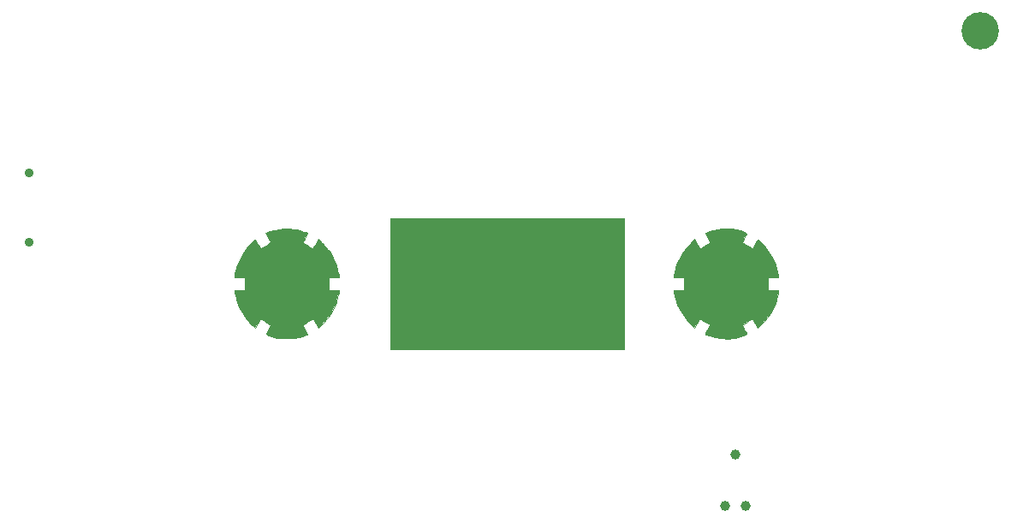
<source format=gbs>
%TF.GenerationSoftware,KiCad,Pcbnew,(5.1.9)-1*%
%TF.CreationDate,2021-11-29T08:04:12-06:00*%
%TF.ProjectId,chrimbus2021,63687269-6d62-4757-9332-3032312e6b69,rev?*%
%TF.SameCoordinates,Original*%
%TF.FileFunction,Soldermask,Bot*%
%TF.FilePolarity,Negative*%
%FSLAX46Y46*%
G04 Gerber Fmt 4.6, Leading zero omitted, Abs format (unit mm)*
G04 Created by KiCad (PCBNEW (5.1.9)-1) date 2021-11-29 08:04:12*
%MOMM*%
%LPD*%
G01*
G04 APERTURE LIST*
%ADD10C,0.100000*%
%ADD11C,0.010000*%
%ADD12C,0.900000*%
%ADD13C,0.990600*%
%ADD14C,3.700000*%
G04 APERTURE END LIST*
D10*
%TO.C,G\u002A\u002A\u002A*%
G36*
X92640000Y-105448000D02*
G01*
X115760000Y-105448000D01*
X115720000Y-105408000D01*
X115760000Y-105408000D01*
X115760000Y-92528000D01*
X92640000Y-92528000D01*
X92640000Y-105448000D01*
G37*
X92640000Y-105448000D02*
X115760000Y-105448000D01*
X115720000Y-105408000D01*
X115760000Y-105408000D01*
X115760000Y-92528000D01*
X92640000Y-92528000D01*
X92640000Y-105448000D01*
D11*
G36*
X82163510Y-93518633D02*
G01*
X81659078Y-93567863D01*
X81173130Y-93656773D01*
X80737104Y-93781637D01*
X80546592Y-93856850D01*
X80320322Y-93956940D01*
X80544008Y-94354815D01*
X80645848Y-94539249D01*
X80727593Y-94693443D01*
X80776688Y-94793449D01*
X80784609Y-94813736D01*
X80749983Y-94855896D01*
X80649382Y-94936648D01*
X80503007Y-95042578D01*
X80331062Y-95160268D01*
X80153747Y-95276302D01*
X79991265Y-95377265D01*
X79863818Y-95449739D01*
X79791607Y-95480309D01*
X79783219Y-95478763D01*
X79756270Y-95431178D01*
X79691841Y-95313759D01*
X79600752Y-95146292D01*
X79531964Y-95019216D01*
X79290904Y-94573119D01*
X79101215Y-94723355D01*
X78745072Y-95052279D01*
X78397929Y-95460892D01*
X78074463Y-95927237D01*
X77789347Y-96429358D01*
X77557258Y-96945298D01*
X77486341Y-97139469D01*
X77437005Y-97301648D01*
X77380751Y-97512919D01*
X77323970Y-97745656D01*
X77273053Y-97972229D01*
X77234390Y-98165011D01*
X77214371Y-98296373D01*
X77212946Y-98321438D01*
X77260254Y-98329762D01*
X77387813Y-98336365D01*
X77574074Y-98340408D01*
X77721964Y-98341266D01*
X78230982Y-98341266D01*
X78230982Y-99562910D01*
X77721964Y-99562910D01*
X77508284Y-99564752D01*
X77338776Y-99569721D01*
X77234988Y-99576977D01*
X77212946Y-99582737D01*
X77225513Y-99688642D01*
X77258963Y-99865137D01*
X77306917Y-100084725D01*
X77362996Y-100319910D01*
X77420822Y-100543197D01*
X77474016Y-100727088D01*
X77489257Y-100773826D01*
X77691099Y-101270280D01*
X77955009Y-101770902D01*
X78264462Y-102250577D01*
X78602930Y-102684190D01*
X78953888Y-103046626D01*
X79027095Y-103110889D01*
X79288739Y-103333239D01*
X79529391Y-102886050D01*
X79632147Y-102695996D01*
X79715824Y-102542908D01*
X79769500Y-102446668D01*
X79783157Y-102423986D01*
X79828888Y-102443108D01*
X79943702Y-102506173D01*
X80110260Y-102603310D01*
X80310896Y-102724446D01*
X80825521Y-103039782D01*
X80614779Y-103426496D01*
X80513054Y-103610182D01*
X80425275Y-103763318D01*
X80365988Y-103860710D01*
X80354700Y-103876914D01*
X80364321Y-103935627D01*
X80466131Y-104008119D01*
X80652031Y-104090663D01*
X80913925Y-104179532D01*
X81168956Y-104251690D01*
X81494143Y-104315651D01*
X81883949Y-104358726D01*
X82303112Y-104379723D01*
X82716370Y-104377450D01*
X83088461Y-104350714D01*
X83274909Y-104322887D01*
X83448008Y-104284039D01*
X83659799Y-104227863D01*
X83885628Y-104162004D01*
X84100845Y-104094108D01*
X84280798Y-104031821D01*
X84400833Y-103982789D01*
X84432995Y-103963703D01*
X84417740Y-103915429D01*
X84362563Y-103798206D01*
X84277179Y-103631964D01*
X84213064Y-103512526D01*
X84114582Y-103321709D01*
X84042683Y-103162509D01*
X84006651Y-103056675D01*
X84006162Y-103027750D01*
X84060876Y-102981736D01*
X84180541Y-102899881D01*
X84341599Y-102796642D01*
X84520491Y-102686475D01*
X84693657Y-102583835D01*
X84837537Y-102503180D01*
X84928574Y-102458966D01*
X84938269Y-102455794D01*
X84989603Y-102490706D01*
X85074614Y-102600962D01*
X85181899Y-102770628D01*
X85252536Y-102894896D01*
X85502408Y-103350932D01*
X85957649Y-102894896D01*
X86406388Y-102395116D01*
X86774338Y-101869993D01*
X87063049Y-101331498D01*
X87189873Y-101028956D01*
X87312083Y-100679177D01*
X87418045Y-100320251D01*
X87496126Y-99990266D01*
X87525278Y-99818075D01*
X87559127Y-99562910D01*
X86527976Y-99562910D01*
X86527976Y-98341266D01*
X87559127Y-98341266D01*
X87525278Y-98086101D01*
X87435045Y-97636858D01*
X87284048Y-97147724D01*
X87085050Y-96649225D01*
X86850812Y-96171884D01*
X86594095Y-95746225D01*
X86480835Y-95587820D01*
X86321198Y-95392945D01*
X86121249Y-95170928D01*
X85917313Y-94961644D01*
X85861533Y-94908008D01*
X85496662Y-94563807D01*
X85249663Y-95014561D01*
X85135214Y-95210809D01*
X85036004Y-95357342D01*
X84963581Y-95438076D01*
X84938269Y-95448382D01*
X84860464Y-95413080D01*
X84725159Y-95338481D01*
X84555912Y-95239040D01*
X84376285Y-95129214D01*
X84209834Y-95023459D01*
X84080121Y-94936232D01*
X84010703Y-94881989D01*
X84006162Y-94876426D01*
X84015907Y-94813178D01*
X84067096Y-94683728D01*
X84150377Y-94510096D01*
X84208345Y-94400306D01*
X84308599Y-94213643D01*
X84387167Y-94062132D01*
X84433317Y-93966753D01*
X84441002Y-93945541D01*
X84394915Y-93913886D01*
X84270460Y-93864869D01*
X84088340Y-93804545D01*
X83869261Y-93738966D01*
X83633928Y-93674185D01*
X83403046Y-93616255D01*
X83197320Y-93571229D01*
X83102072Y-93554107D01*
X82654988Y-93512806D01*
X82163510Y-93518633D01*
G37*
X82163510Y-93518633D02*
X81659078Y-93567863D01*
X81173130Y-93656773D01*
X80737104Y-93781637D01*
X80546592Y-93856850D01*
X80320322Y-93956940D01*
X80544008Y-94354815D01*
X80645848Y-94539249D01*
X80727593Y-94693443D01*
X80776688Y-94793449D01*
X80784609Y-94813736D01*
X80749983Y-94855896D01*
X80649382Y-94936648D01*
X80503007Y-95042578D01*
X80331062Y-95160268D01*
X80153747Y-95276302D01*
X79991265Y-95377265D01*
X79863818Y-95449739D01*
X79791607Y-95480309D01*
X79783219Y-95478763D01*
X79756270Y-95431178D01*
X79691841Y-95313759D01*
X79600752Y-95146292D01*
X79531964Y-95019216D01*
X79290904Y-94573119D01*
X79101215Y-94723355D01*
X78745072Y-95052279D01*
X78397929Y-95460892D01*
X78074463Y-95927237D01*
X77789347Y-96429358D01*
X77557258Y-96945298D01*
X77486341Y-97139469D01*
X77437005Y-97301648D01*
X77380751Y-97512919D01*
X77323970Y-97745656D01*
X77273053Y-97972229D01*
X77234390Y-98165011D01*
X77214371Y-98296373D01*
X77212946Y-98321438D01*
X77260254Y-98329762D01*
X77387813Y-98336365D01*
X77574074Y-98340408D01*
X77721964Y-98341266D01*
X78230982Y-98341266D01*
X78230982Y-99562910D01*
X77721964Y-99562910D01*
X77508284Y-99564752D01*
X77338776Y-99569721D01*
X77234988Y-99576977D01*
X77212946Y-99582737D01*
X77225513Y-99688642D01*
X77258963Y-99865137D01*
X77306917Y-100084725D01*
X77362996Y-100319910D01*
X77420822Y-100543197D01*
X77474016Y-100727088D01*
X77489257Y-100773826D01*
X77691099Y-101270280D01*
X77955009Y-101770902D01*
X78264462Y-102250577D01*
X78602930Y-102684190D01*
X78953888Y-103046626D01*
X79027095Y-103110889D01*
X79288739Y-103333239D01*
X79529391Y-102886050D01*
X79632147Y-102695996D01*
X79715824Y-102542908D01*
X79769500Y-102446668D01*
X79783157Y-102423986D01*
X79828888Y-102443108D01*
X79943702Y-102506173D01*
X80110260Y-102603310D01*
X80310896Y-102724446D01*
X80825521Y-103039782D01*
X80614779Y-103426496D01*
X80513054Y-103610182D01*
X80425275Y-103763318D01*
X80365988Y-103860710D01*
X80354700Y-103876914D01*
X80364321Y-103935627D01*
X80466131Y-104008119D01*
X80652031Y-104090663D01*
X80913925Y-104179532D01*
X81168956Y-104251690D01*
X81494143Y-104315651D01*
X81883949Y-104358726D01*
X82303112Y-104379723D01*
X82716370Y-104377450D01*
X83088461Y-104350714D01*
X83274909Y-104322887D01*
X83448008Y-104284039D01*
X83659799Y-104227863D01*
X83885628Y-104162004D01*
X84100845Y-104094108D01*
X84280798Y-104031821D01*
X84400833Y-103982789D01*
X84432995Y-103963703D01*
X84417740Y-103915429D01*
X84362563Y-103798206D01*
X84277179Y-103631964D01*
X84213064Y-103512526D01*
X84114582Y-103321709D01*
X84042683Y-103162509D01*
X84006651Y-103056675D01*
X84006162Y-103027750D01*
X84060876Y-102981736D01*
X84180541Y-102899881D01*
X84341599Y-102796642D01*
X84520491Y-102686475D01*
X84693657Y-102583835D01*
X84837537Y-102503180D01*
X84928574Y-102458966D01*
X84938269Y-102455794D01*
X84989603Y-102490706D01*
X85074614Y-102600962D01*
X85181899Y-102770628D01*
X85252536Y-102894896D01*
X85502408Y-103350932D01*
X85957649Y-102894896D01*
X86406388Y-102395116D01*
X86774338Y-101869993D01*
X87063049Y-101331498D01*
X87189873Y-101028956D01*
X87312083Y-100679177D01*
X87418045Y-100320251D01*
X87496126Y-99990266D01*
X87525278Y-99818075D01*
X87559127Y-99562910D01*
X86527976Y-99562910D01*
X86527976Y-98341266D01*
X87559127Y-98341266D01*
X87525278Y-98086101D01*
X87435045Y-97636858D01*
X87284048Y-97147724D01*
X87085050Y-96649225D01*
X86850812Y-96171884D01*
X86594095Y-95746225D01*
X86480835Y-95587820D01*
X86321198Y-95392945D01*
X86121249Y-95170928D01*
X85917313Y-94961644D01*
X85861533Y-94908008D01*
X85496662Y-94563807D01*
X85249663Y-95014561D01*
X85135214Y-95210809D01*
X85036004Y-95357342D01*
X84963581Y-95438076D01*
X84938269Y-95448382D01*
X84860464Y-95413080D01*
X84725159Y-95338481D01*
X84555912Y-95239040D01*
X84376285Y-95129214D01*
X84209834Y-95023459D01*
X84080121Y-94936232D01*
X84010703Y-94881989D01*
X84006162Y-94876426D01*
X84015907Y-94813178D01*
X84067096Y-94683728D01*
X84150377Y-94510096D01*
X84208345Y-94400306D01*
X84308599Y-94213643D01*
X84387167Y-94062132D01*
X84433317Y-93966753D01*
X84441002Y-93945541D01*
X84394915Y-93913886D01*
X84270460Y-93864869D01*
X84088340Y-93804545D01*
X83869261Y-93738966D01*
X83633928Y-93674185D01*
X83403046Y-93616255D01*
X83197320Y-93571229D01*
X83102072Y-93554107D01*
X82654988Y-93512806D01*
X82163510Y-93518633D01*
G36*
X125322957Y-93529183D02*
G01*
X125127025Y-93554107D01*
X124944058Y-93589415D01*
X124724503Y-93640970D01*
X124489067Y-93702717D01*
X124258455Y-93768605D01*
X124053372Y-93832578D01*
X123894523Y-93888586D01*
X123802612Y-93930573D01*
X123788096Y-93945541D01*
X123810945Y-93999502D01*
X123872336Y-94121565D01*
X123961535Y-94290747D01*
X124020752Y-94400306D01*
X124118273Y-94588754D01*
X124189427Y-94744931D01*
X124224768Y-94847023D01*
X124225278Y-94872636D01*
X124170949Y-94917972D01*
X124050840Y-94998958D01*
X123887506Y-95100639D01*
X123827191Y-95136642D01*
X123641339Y-95247069D01*
X123477623Y-95345527D01*
X123365093Y-95414512D01*
X123347792Y-95425469D01*
X123296397Y-95452256D01*
X123251466Y-95448066D01*
X123200612Y-95399363D01*
X123131447Y-95292611D01*
X123031584Y-95114273D01*
X122985571Y-95029640D01*
X122732790Y-94563473D01*
X122367742Y-94907841D01*
X122169570Y-95105725D01*
X121964651Y-95328119D01*
X121789285Y-95535175D01*
X121748263Y-95587820D01*
X121485837Y-95982129D01*
X121240444Y-96441147D01*
X121024846Y-96934350D01*
X120851803Y-97431215D01*
X120734077Y-97901216D01*
X120703819Y-98086101D01*
X120669970Y-98341266D01*
X121701122Y-98341266D01*
X121701122Y-99562910D01*
X120669970Y-99562910D01*
X120703819Y-99818075D01*
X120827169Y-100410783D01*
X121035914Y-101014738D01*
X121318932Y-101608801D01*
X121665103Y-102171839D01*
X122063305Y-102682714D01*
X122386746Y-103016442D01*
X122733435Y-103339514D01*
X122985619Y-102874446D01*
X123237803Y-102409379D01*
X123474773Y-102547847D01*
X123718692Y-102693630D01*
X123932713Y-102827673D01*
X124101884Y-102940074D01*
X124211255Y-103020930D01*
X124246212Y-103058810D01*
X124223329Y-103114320D01*
X124161833Y-103237747D01*
X124072454Y-103407964D01*
X124012436Y-103519127D01*
X123914014Y-103704308D01*
X123839870Y-103852763D01*
X123799782Y-103944395D01*
X123796103Y-103963703D01*
X123848955Y-103987099D01*
X123973324Y-104034966D01*
X124144710Y-104097937D01*
X124187059Y-104113163D01*
X124764021Y-104274952D01*
X125383941Y-104368797D01*
X126012465Y-104391849D01*
X126615238Y-104341262D01*
X126723014Y-104323273D01*
X127033218Y-104258278D01*
X127314547Y-104183020D01*
X127553359Y-104102840D01*
X127736014Y-104023075D01*
X127848870Y-103949066D01*
X127878286Y-103886152D01*
X127871703Y-103873668D01*
X127827121Y-103803296D01*
X127748668Y-103668054D01*
X127650628Y-103492766D01*
X127612975Y-103424062D01*
X127400890Y-103034914D01*
X127917343Y-102722497D01*
X128118933Y-102602289D01*
X128285897Y-102506024D01*
X128400857Y-102443491D01*
X128446426Y-102424471D01*
X128474348Y-102472528D01*
X128539449Y-102590470D01*
X128630835Y-102758445D01*
X128699707Y-102886050D01*
X128940359Y-103333239D01*
X129202003Y-103110889D01*
X129553483Y-102766456D01*
X129895919Y-102345609D01*
X130212784Y-101873464D01*
X130487552Y-101375137D01*
X130703697Y-100875742D01*
X130739841Y-100773826D01*
X130790153Y-100608678D01*
X130847172Y-100395191D01*
X130904519Y-100160859D01*
X130955816Y-99933179D01*
X130994685Y-99739647D01*
X131014746Y-99607760D01*
X131016152Y-99582737D01*
X130968844Y-99574414D01*
X130841284Y-99567811D01*
X130655024Y-99563768D01*
X130507134Y-99562910D01*
X129998116Y-99562910D01*
X129998116Y-98341266D01*
X131017355Y-98341266D01*
X130984333Y-98124934D01*
X130844842Y-97481260D01*
X130629040Y-96849243D01*
X130346060Y-96245593D01*
X130005034Y-95687019D01*
X129615093Y-95190233D01*
X129185370Y-94771945D01*
X129124913Y-94722485D01*
X128938884Y-94573665D01*
X128698969Y-95019490D01*
X128596651Y-95208911D01*
X128513748Y-95361047D01*
X128461079Y-95456120D01*
X128448176Y-95477955D01*
X128403071Y-95458379D01*
X128288299Y-95395733D01*
X128121211Y-95299783D01*
X127919160Y-95180291D01*
X127918959Y-95180171D01*
X127400622Y-94869747D01*
X127612841Y-94480356D01*
X127714889Y-94296073D01*
X127802983Y-94142320D01*
X127862652Y-94044171D01*
X127874398Y-94027261D01*
X127878430Y-93975421D01*
X127803557Y-93915722D01*
X127689985Y-93860159D01*
X127283503Y-93715813D01*
X126811887Y-93606761D01*
X126306810Y-93536784D01*
X125799943Y-93509664D01*
X125322957Y-93529183D01*
G37*
X125322957Y-93529183D02*
X125127025Y-93554107D01*
X124944058Y-93589415D01*
X124724503Y-93640970D01*
X124489067Y-93702717D01*
X124258455Y-93768605D01*
X124053372Y-93832578D01*
X123894523Y-93888586D01*
X123802612Y-93930573D01*
X123788096Y-93945541D01*
X123810945Y-93999502D01*
X123872336Y-94121565D01*
X123961535Y-94290747D01*
X124020752Y-94400306D01*
X124118273Y-94588754D01*
X124189427Y-94744931D01*
X124224768Y-94847023D01*
X124225278Y-94872636D01*
X124170949Y-94917972D01*
X124050840Y-94998958D01*
X123887506Y-95100639D01*
X123827191Y-95136642D01*
X123641339Y-95247069D01*
X123477623Y-95345527D01*
X123365093Y-95414512D01*
X123347792Y-95425469D01*
X123296397Y-95452256D01*
X123251466Y-95448066D01*
X123200612Y-95399363D01*
X123131447Y-95292611D01*
X123031584Y-95114273D01*
X122985571Y-95029640D01*
X122732790Y-94563473D01*
X122367742Y-94907841D01*
X122169570Y-95105725D01*
X121964651Y-95328119D01*
X121789285Y-95535175D01*
X121748263Y-95587820D01*
X121485837Y-95982129D01*
X121240444Y-96441147D01*
X121024846Y-96934350D01*
X120851803Y-97431215D01*
X120734077Y-97901216D01*
X120703819Y-98086101D01*
X120669970Y-98341266D01*
X121701122Y-98341266D01*
X121701122Y-99562910D01*
X120669970Y-99562910D01*
X120703819Y-99818075D01*
X120827169Y-100410783D01*
X121035914Y-101014738D01*
X121318932Y-101608801D01*
X121665103Y-102171839D01*
X122063305Y-102682714D01*
X122386746Y-103016442D01*
X122733435Y-103339514D01*
X122985619Y-102874446D01*
X123237803Y-102409379D01*
X123474773Y-102547847D01*
X123718692Y-102693630D01*
X123932713Y-102827673D01*
X124101884Y-102940074D01*
X124211255Y-103020930D01*
X124246212Y-103058810D01*
X124223329Y-103114320D01*
X124161833Y-103237747D01*
X124072454Y-103407964D01*
X124012436Y-103519127D01*
X123914014Y-103704308D01*
X123839870Y-103852763D01*
X123799782Y-103944395D01*
X123796103Y-103963703D01*
X123848955Y-103987099D01*
X123973324Y-104034966D01*
X124144710Y-104097937D01*
X124187059Y-104113163D01*
X124764021Y-104274952D01*
X125383941Y-104368797D01*
X126012465Y-104391849D01*
X126615238Y-104341262D01*
X126723014Y-104323273D01*
X127033218Y-104258278D01*
X127314547Y-104183020D01*
X127553359Y-104102840D01*
X127736014Y-104023075D01*
X127848870Y-103949066D01*
X127878286Y-103886152D01*
X127871703Y-103873668D01*
X127827121Y-103803296D01*
X127748668Y-103668054D01*
X127650628Y-103492766D01*
X127612975Y-103424062D01*
X127400890Y-103034914D01*
X127917343Y-102722497D01*
X128118933Y-102602289D01*
X128285897Y-102506024D01*
X128400857Y-102443491D01*
X128446426Y-102424471D01*
X128474348Y-102472528D01*
X128539449Y-102590470D01*
X128630835Y-102758445D01*
X128699707Y-102886050D01*
X128940359Y-103333239D01*
X129202003Y-103110889D01*
X129553483Y-102766456D01*
X129895919Y-102345609D01*
X130212784Y-101873464D01*
X130487552Y-101375137D01*
X130703697Y-100875742D01*
X130739841Y-100773826D01*
X130790153Y-100608678D01*
X130847172Y-100395191D01*
X130904519Y-100160859D01*
X130955816Y-99933179D01*
X130994685Y-99739647D01*
X131014746Y-99607760D01*
X131016152Y-99582737D01*
X130968844Y-99574414D01*
X130841284Y-99567811D01*
X130655024Y-99563768D01*
X130507134Y-99562910D01*
X129998116Y-99562910D01*
X129998116Y-98341266D01*
X131017355Y-98341266D01*
X130984333Y-98124934D01*
X130844842Y-97481260D01*
X130629040Y-96849243D01*
X130346060Y-96245593D01*
X130005034Y-95687019D01*
X129615093Y-95190233D01*
X129185370Y-94771945D01*
X129124913Y-94722485D01*
X128938884Y-94573665D01*
X128698969Y-95019490D01*
X128596651Y-95208911D01*
X128513748Y-95361047D01*
X128461079Y-95456120D01*
X128448176Y-95477955D01*
X128403071Y-95458379D01*
X128288299Y-95395733D01*
X128121211Y-95299783D01*
X127919160Y-95180291D01*
X127918959Y-95180171D01*
X127400622Y-94869747D01*
X127612841Y-94480356D01*
X127714889Y-94296073D01*
X127802983Y-94142320D01*
X127862652Y-94044171D01*
X127874398Y-94027261D01*
X127878430Y-93975421D01*
X127803557Y-93915722D01*
X127689985Y-93860159D01*
X127283503Y-93715813D01*
X126811887Y-93606761D01*
X126306810Y-93536784D01*
X125799943Y-93509664D01*
X125322957Y-93529183D01*
%TD*%
D12*
%TO.C,SW2*%
X56896000Y-94840000D03*
X56896000Y-88040000D03*
%TD*%
D13*
%TO.C,J1*%
X126746000Y-115824000D03*
X125730000Y-120904000D03*
X127762000Y-120904000D03*
%TD*%
D14*
%TO.C,G\u002A\u002A\u002A*%
X150980000Y-73988000D03*
%TD*%
M02*

</source>
